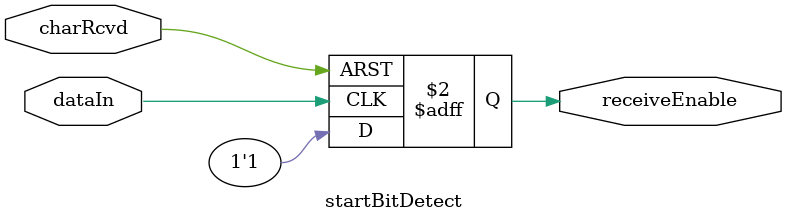
<source format=v>

module serial (serDataIn , serDataOutBuf , transmitEnable , charSent , load , parDataOut , parDataIn , charReceived , clk);
	input serDataIn , load , transmitEnable , clk;
	input [7:0] parDataOut;
	output[7:0] parDataIn;
	output serDataOutBuf , charSent , charReceived;
	wire clk16x;
	
	wire rxShift, txShift, serDataInBuf , serDataOut , receiveEnable;
	
	clock9600 dataClk (.clockIn(clk) , .clockOut(clk16x));
	
	buffer a (.out(serDataInBuf) , .in(serDataIn));
	buffer b (.out(serDataOutBuf) , .in(serDataOut));
	
	shiftRegister10StoP rxShiftReg (.dataOut(parDataIn) , .dataIn(serDataInBuf) , .registerClk(rxShift));
	shiftRegister10PtoS txShiftReg (.dataOut(serDataOut) , .dataIn(parDataOut) , .registerClk(txShift) , .load(load) , .enable(transmitEnable));
	
	counter txCounter (.shiftOut(txShift) , .charStatus(charSent) , .enable(transmitEnable) , .clk(clk16x));
	counter rxCounter (.shiftOut(rxShift) , .charStatus(charReceived) , .enable(receiveEnable) , .clk(clk16x));
	
	startBitDetect bitDet (.receiveEnable(receiveEnable) , .dataIn(serDataInBuf) , .charRcvd(charReceived));

endmodule

module clock9600 ( clockIn , clockOut );
	input clockIn;
	output reg clockOut;
	
	integer count;
	initial begin
		count = 0;
	end
	
	always @(posedge clockIn)
	begin
		count = count + 1;
		if (count < 163) 
		begin
			clockOut = 0;
		end
		else if (count >= 325)
		begin
			clockOut = 1;
			count = 1;
		end
		else
		begin
			clockOut = 1;
		end
	end
endmodule
	

module buffer(out , in);
	input in;
	output reg out;
	
	always @(in) begin
		out = in;
	end
endmodule


module shiftRegister10StoP (dataOut , dataIn , registerClk);

	input dataIn , registerClk;
   output [7:0] dataOut;
	reg [9:0] store;
	
	assign dataOut = store [8:1];
	
	// MSB sent first, so it is put in lower position and shifted up
	always @(posedge registerClk) 
	begin
		begin
			store = store << 1;
			store[0] = dataIn;
		end
	end
endmodule


module shiftRegister10PtoS (dataOut , dataIn , registerClk , load , enable);
	output reg dataOut;
	input [7:0] dataIn;
	input enable , registerClk , load;
	reg [9:0] store;
	
	
	// MSB sent first
	always @(posedge registerClk or posedge load)
	begin
		if (load)
		// Loads data into the shift register
		begin
			dataOut = 1;
			store[0] = 1;
			store[8:1] = dataIn;
			store[9] = 0;
		end
		else if(enable)
		// Outputs the data starting with the MSB onto the transmit line
		begin
			dataOut <= store[9];
			store <= store << 1;
		end
		else
		// Holds quiescent state of the line
		begin
			dataOut = 1;
			store = store;
		end
	end	
endmodule


/*module  bitIdentificationCounter (charStatus , enable , clk);
	output charStatus;
    input enable , clk;
    reg [3:0] bitCount;
	
	always @(posedge enable) 
	begin
		bitCount = 4'b0000;
	end
	
	always @(posedge clk)
	begin
		if(bitCount < 9)
		begin
			bitCount = bitCount + 1;
		end
		else
		begin
			bitCount = 4'b0000;
		end
	end

	assign charStatus = bitCount[0] & ~bitCount[1] & ~bitCount[2] & bitCount[3];
endmodule


module bitSampleCounter (bitIdentificationOut , shiftOut , clk , enable);
	output bitIdentificationOut , shiftOut;
	input enable , clk;
	
	reg [3:0] bitCount;
	
	assign shiftOut = bitCount[3];
	assign bitIdentificationOut = bitCount[0] & bitCount[1] & bitCount[2] & bitCount[3];

endmodule*/

module counter(shiftOut , charStatus , enable , clk);
	input enable , clk;
	output charStatus , shiftOut;

	reg [7:0] count;
	
	/*
	always @(posedge enable)
	begin
		count = 8'b00000000;
	end
	*/
	
	always @(posedge clk)
	begin
		if(enable)
		begin
			count = count + 8'b00000001;
		end
		else
		begin
			count = 8'b00000000;
		end
	end
	assign shiftOut = count[3] && ~count[2] && ~count[1] && ~count[0];
	assign charStatus = count[7] && ~count[6] && count[5] && ~count[4];
endmodule


module startBitDetect (receiveEnable , dataIn , charRcvd);
	input dataIn , charRcvd;
	output reg receiveEnable;	
	
	/*
	always @(negedge dataIn)
	begin
		if(!charRcvd)
		begin
			receiveEnable = 1;
		end
		else
		begin
			receiveEnable = 0;
		end
	end
	*/
	
	always @(negedge dataIn or posedge charRcvd)
	begin
		if (charRcvd)
		begin
			receiveEnable = 1'b0;
		end
		else
		begin
			receiveEnable = 1'b1;
		end
	end
endmodule



</source>
